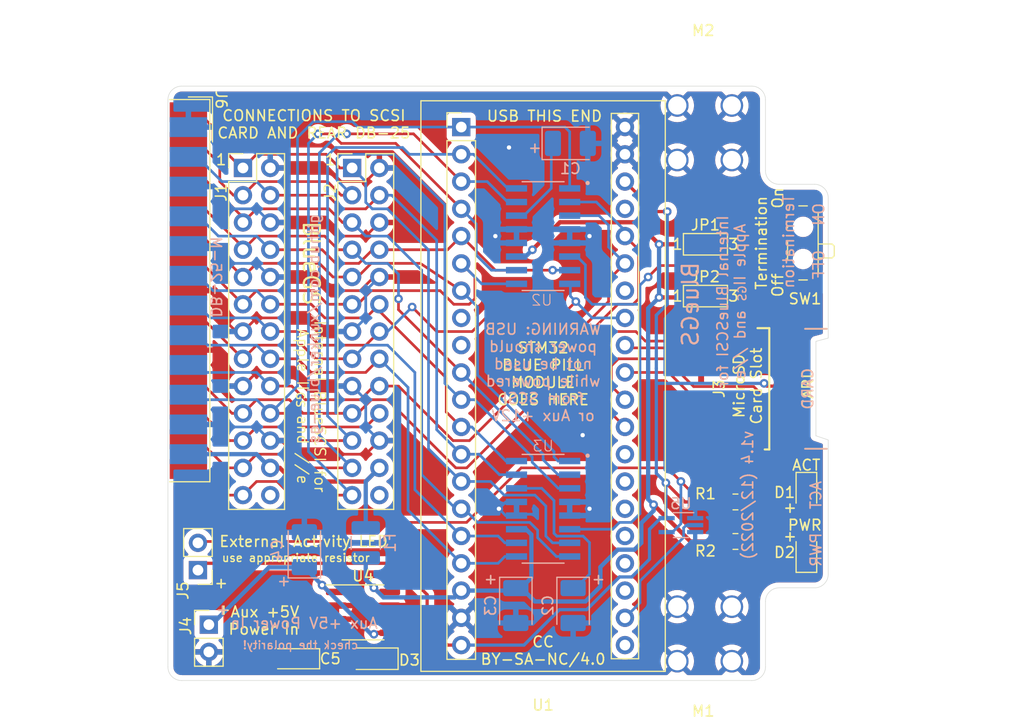
<source format=kicad_pcb>
(kicad_pcb (version 20211014) (generator pcbnew)
  (layers (0 "F.Cu" signal) (31 "B.Cu" signal) (34 "B.Paste" user) (35 "F.Paste" user) (36 "B.SilkS" user "B.Silkscreen") (37 "F.SilkS" user "F.Silkscreen") (38 "B.Mask" user) (39 "F.Mask" user) (44 "Edge.Cuts" user))
  (net 0 "")
  (net 12 "+5V")
  (net 13 "GND")
  (net 14 "/SCSI_DB4")
  (net 15 "/SCSI_DB2")
  (net 16 "/SCSI_DB1")
  (net 17 "/SCSI_DBP")
  (net 18 "/SCSI_SEL")
  (net 19 "/SCSI_ATN")
  (net 20 "/SCSI_C_D")
  (net 21 "/SCSI_DB7")
  (net 22 "/SCSI_DB6")
  (net 23 "/SCSI_DB5")
  (net 24 "/SCSI_DB3")
  (net 25 "/SCSI_DB0")
  (net 26 "/SCSI_BSY")
  (net 27 "/SCSI_ACK")
  (net 28 "/SCSI_RST")
  (net 29 "/SCSI_I_O")
  (net 30 "/SCSI_MSG")
  (net 31 "/SCSI_REQ")
  (net 32 "/SD_MISO")
  (net 33 "/SD_CSK")
  (net 34 "+3V3")
  (net 35 "/SD_MOSI")
  (net 36 "/SD_CS")
  (net 39 "Net-(D2-Pad2)")
  (net 40 "Net-(C1-Pad1)")
  (net 41 "Net-(C2-Pad1)")
  (net 42 "/TERM_DISC")
  (net 43 "Net-(D1-Pad1)")
  (net 44 "/DEBUG_RX")
  (net 45 "/DEBUG_TX")
  (net 46 "/+5V_AUX")
  (net 47 "Net-(C5-Pad1)")
  (net 48 "/TERM_EN")
  (net 49 "/TERM_DIS")
  (net 50 "/DISK_ACT")
  (net 51 "/SCSI_TERMPWR")
  (net 52 "Net-(D1-Pad2)")
  (footprint "my library:YAAJ_BluePill_2" (layer "F.Cu") (at 152.4 50.8)
    (fp_text reference "U1")
    (fp_text value "YAAJ_BluePill" hide)
  )
  (footprint "Button_Switch_SMD:SW_SPDT_PCM12" (layer "F.Cu") (at 183.896 61.595 90)
    (fp_text reference "SW1")
    (fp_text value "SW_SPDT")
  )
  (footprint "Resistor_SMD:R_0805_2012Metric_Pad1.20x1.40mm_HandSolder" (layer "F.Cu") (at 177.927 89.408 180)
    (fp_text reference "R2")
    (fp_text value "1K")
  )
  (footprint "LED_SMD:LED_0805_2012Metric_Pad1.15x1.40mm_HandSolder" (layer "F.Cu") (at 184.531 84.836 -90)
    (fp_text reference "D1")
    (fp_text value "LED")
  )
  (footprint "Jumper:SolderJumper-3_P1.3mm_Open_Pad1.0x1.5mm_NumberLabels" (layer "F.Cu") (at 175.133 66.548)
    (fp_text reference "JP2")
    (fp_text value "Jumper_3_Open")
  )
  (footprint "Jumper:SolderJumper-3_P1.3mm_Open_Pad1.0x1.5mm_NumberLabels" (layer "F.Cu") (at 175.133 61.722)
    (fp_text reference "JP1")
    (fp_text value "Jumper_3_Open")
  )
  (footprint "Resistor_SMD:R_0805_2012Metric_Pad1.20x1.40mm_HandSolder" (layer "F.Cu") (at 177.927 85.725)
    (fp_text reference "R1")
    (fp_text value "100")
  )
  (footprint "Connector_PinHeader_2.54mm:PinHeader_2x13_P2.54mm_Vertical" (layer "F.Cu") (at 132.08 54.61)
    (fp_text reference "J1")
    (fp_text value "Conn_02x13_Odd_Even")
  )
  (footprint "Connector_PinHeader_2.54mm:PinHeader_2x13_P2.54mm_Vertical" (layer "F.Cu") (at 142.24 54.61)
    (fp_text reference "J2")
    (fp_text value "Conn_02x13_Odd_Even")
  )
  (footprint "Connector_PinHeader_2.54mm:PinHeader_1x02_P2.54mm_Vertical" (layer "F.Cu") (at 128.905 97.155)
    (fp_text reference "J4")
    (fp_text value "Conn_01x02_Male")
  )
  (footprint "Connector_PinHeader_2.54mm:PinHeader_1x02_P2.54mm_Vertical" (layer "F.Cu") (at 127.889 92.075 180)
    (fp_text reference "J5")
    (fp_text value "Conn_01x02_Male")
  )
  (footprint "my library:keystone-7774" (layer "F.Cu") (at 180.771 100.561 180)
    (fp_text reference "M1")
    (fp_text value "Screw_Terminal_01x01")
  )
  (footprint "my library:keystone-7774" (layer "F.Cu") (at 180.771 53.871 180)
    (fp_text reference "M2")
    (fp_text value "Screw_Terminal_01x01")
  )
  (footprint "LED_SMD:LED_0805_2012Metric_Pad1.15x1.40mm_HandSolder" (layer "F.Cu") (at 184.531 90.424 90)
    (fp_text reference "D2")
    (fp_text value "LED")
  )
  (footprint "Molex 105162-0001:105162-0001" (layer "F.Cu") (at 174.625 75.184 90)
    (fp_text reference "J3")
    (fp_text value "105162-0001")
  )
  (footprint "Connector_Dsub:DSUB-25_Male_EdgeMount_P2.77mm" (layer "F.Cu") (at 127 66.04 -90)
    (fp_text reference "J6")
    (fp_text value "DB25_Male")
  )
  (footprint "Diode_SMD:D_SOD-123" (layer "F.Cu") (at 144.272 100.33 180)
    (fp_text reference "D3")
    (fp_text value "Zener 5.6v")
  )
  (footprint "Capacitor_Tantalum_SMD:CP_EIA-3216-10_Kemet-I" (layer "F.Cu") (at 136.906 100.33 180)
    (fp_text reference "C5")
    (fp_text value "0.1uF")
  )
  (footprint "Package_SO:SOIC-8_3.9x4.9mm_P1.27mm" (layer "F.Cu") (at 143.256 96.012)
    (fp_text reference "U4")
    (fp_text value "UCC3916")
  )
  (footprint "Capacitor_Tantalum_SMD:CP_EIA-3528-21_Kemet-B_Pad1.50x2.35mm_HandSolder" (layer "B.Cu") (at 162.56 52.324)
    (fp_text reference "C1")
    (fp_text value "2.2uF, 6.3v")
  )
  (footprint "my library:SOIC127P600X175-16N" (layer "B.Cu") (at 160.02 86.36 180)
    (fp_text reference "U3")
    (fp_text value "UC560x, UCC56xx")
  )
  (footprint "Capacitor_Tantalum_SMD:CP_EIA-3528-21_Kemet-B_Pad1.50x2.35mm_HandSolder" (layer "B.Cu") (at 157.48 95.377 -90)
    (fp_text reference "C3")
    (fp_text value "4.7uF, 6.3v")
  )
  (footprint "Capacitor_Tantalum_SMD:CP_EIA-3528-21_Kemet-B_Pad1.50x2.35mm_HandSolder" (layer "B.Cu") (at 162.814 95.377 -90)
    (fp_text reference "C2")
    (fp_text value "2.2uF, 6.3v")
  )
  (footprint "my library:SOIC127P600X175-16N" (layer "B.Cu") (at 160.02 60.96 180)
    (fp_text reference "U2")
    (fp_text value "UC560x, UCC56xx")
  )
  (footprint "Fuse:Fuse_1210_3225Metric" (layer "B.Cu") (at 143.51 89.535 90)
    (fp_text reference "F1")
    (fp_text value "Fuse")
  )
  (footprint "Package_TO_SOT_SMD:SOT-353_SC-70-5_Handsoldering" (layer "B.Cu") (at 172.847 87.884 180)
    (fp_text reference "U5")
    (fp_text value "NL17SZ07DFT2G")
  )
  (footprint "Capacitor_Tantalum_SMD:CP_EIA-3528-21_Kemet-B_Pad1.50x2.35mm_HandSolder" (layer "B.Cu") (at 137.795 90.17 90)
    (fp_text reference "C4")
    (fp_text value "1uF")
  )
  (gr_line (start 184.404 69.596) (end 186.436 69.596) (layer "B.SilkS") (width 0.15))
  (gr_line (start 184.404 80.772) (end 186.436 80.772) (layer "B.SilkS") (width 0.15))
  (gr_line (start 184.404 80.772) (end 186.436 80.772) (layer "F.SilkS") (width 0.15))
  (gr_line (start 184.404 69.596) (end 186.436 69.596) (layer "F.SilkS") (width 0.15))
  (gr_line (start 186.563 79.9465) (end 186.563 92.456) (layer "Edge.Cuts") (width 0.05))
  (gr_line (start 125.095 101.092) (end 125.095 48.26) (layer "Edge.Cuts") (width 0.05))
  (gr_line (start 181.991 56.134) (end 185.293 56.134) (layer "Edge.Cuts") (width 0.05))
  (gr_line (start 180.721 94.996) (end 180.721 101.092) (layer "Edge.Cuts") (width 0.05))
  (gr_arc (start 185.293 56.134) (mid 186.191026 56.505974) (end 186.563 57.404) (layer "Edge.Cuts") (width 0.05))
  (gr_arc (start 186.563 92.456) (mid 186.191026 93.354026) (end 185.293 93.726) (layer "Edge.Cuts") (width 0.05))
  (gr_arc (start 181.991 56.134) (mid 181.092974 55.762026) (end 180.721 54.864) (layer "Edge.Cuts") (width 0.05))
  (gr_line (start 180.721 48.26) (end 180.721 54.864) (layer "Edge.Cuts") (width 0.05))
  (gr_arc (start 180.721 94.996) (mid 181.092974 94.097974) (end 181.991 93.726) (layer "Edge.Cuts") (width 0.05))
  (gr_line (start 181.991 93.726) (end 185.293 93.726) (layer "Edge.Cuts") (width 0.05))
  (gr_line (start 126.365 46.99) (end 179.451 46.99) (layer "Edge.Cuts") (width 0.05))
  (gr_line (start 179.451 102.362) (end 126.365 102.362) (layer "Edge.Cuts") (width 0.05))
  (gr_arc (start 126.365 102.362) (mid 125.466974 101.990026) (end 125.095 101.092) (layer "Edge.Cuts") (width 0.05))
  (gr_line (start 185.42 70.7644) (end 185.42 79.5655) (layer "Edge.Cuts") (width 0.05))
  (gr_arc (start 180.721 101.092) (mid 180.349026 101.990026) (end 179.451 102.362) (layer "Edge.Cuts") (width 0.05))
  (gr_arc (start 125.095 48.26) (mid 125.466974 47.361974) (end 126.365 46.99) (layer "Edge.Cuts") (width 0.05))
  (gr_line (start 186.563 57.404) (end 186.563 70.4596) (layer "Edge.Cuts") (width 0.05))
  (gr_line (start 185.42 70.7644) (end 186.563 70.4596) (layer "Edge.Cuts") (width 0.05))
  (gr_arc (start 179.451 46.99) (mid 180.349026 47.361974) (end 180.721 48.26) (layer "Edge.Cuts") (width 0.05))
  (gr_line (start 186.563 79.9465) (end 185.42 79.5655) (layer "Edge.Cuts") (width 0.05))
  (gr_text "ACT" (at 185.42 85.09 90) (layer "B.SilkS") (effects (font (size 1 1)) (justify mirror)))
  (gr_text "PWR" (at 185.42 90.17 90) (layer "B.SilkS") (effects (font (size 1 1)) (justify mirror)))
  (gr_text "ON   OFF" (at 185.674 61.468 90) (layer "B.SilkS") (effects (font (size 1 1)) (justify mirror)))
  (gr_text "github.com/xunker/blue-gs" (at 138.684 69.596 90) (layer "B.SilkS") (effects (font (size 1 1)) (justify mirror)))
  (gr_text "Internal BlueSCSI for\nApple II   and //e" (at 177.546 67.056 90) (layer "B.SilkS") (effects (font (size 1 1)) (justify mirror)))
  (gr_text "+" (at 135.89 93.218 -180) (layer "B.SilkS") (effects (font (size 1 1)) (justify mirror)))
  (gr_text "CARD" (at 184.658 75.184 90) (layer "B.SilkS") (effects (font (size 1 1)) (justify mirror)))
  (gr_text "Termination" (at 182.88 61.468 90) (layer "B.SilkS") (effects (font (size 1 1)) (justify mirror)))
  (gr_text "BlueGS" (at 173.736 67.31 90) (layer "B.SilkS") (effects (font (size 1.5 1.5) (thickness 0.2)) (justify mirror)))
  (gr_text "check the polarity!" (at 142.875 99.06) (layer "B.SilkS") (effects (font (size 0.75 0.75) (thickness 0.125)) (justify left mirror)))
  (gr_text "Aux +5V Power In" (at 130.81 97.028) (layer "B.SilkS") (effects (font (size 1 1)) (justify right mirror)))
  (gr_text "DB-25-M" (at 129.54 64.77 270) (layer "B.SilkS") (effects (font (size 1 1)) (justify mirror)))
  (gr_text "+" (at 159.258 52.705) (layer "B.SilkS") (effects (font (size 1 1)) (justify mirror)))
  (gr_text "+" (at 155.067 92.964 90) (layer "B.SilkS") (effects (font (size 1 1)) (justify mirror)))
  (gr_text "+" (at 165.1 92.964 90) (layer "B.SilkS") (effects (font (size 1 1)) (justify mirror)))
  (gr_text "+" (at 130.175 95.885 -180) (layer "B.SilkS") (effects (font (size 1 1)) (justify mirror)))
  (gr_text "GS" (at 178.562 66.294 -270) (layer "B.SilkS") (effects (font (size 0.75 0.75) (thickness 0.125)) (justify mirror)))
  (gr_text "WARNING: USB\npower should\nnot be used\nwhile powered\nfrom SCSI\nor Aux +12V" (at 160.02 73.66) (layer "B.SilkS") (effects (font (size 1 1)) (justify mirror)))
  (gr_text "v1.4 (12/2022)" (at 179.07 85.09 90) (layer "B.SilkS") (effects (font (size 1 1)) (justify mirror)))
  (gr_text "Aux +5V\nPower In" (at 137.414 96.774) (layer "F.SilkS") (effects (font (size 1 1)) (justify right)))
  (gr_text "BlueGS" (at 138.43 63.5 270) (layer "F.SilkS") (effects (font (size 1.5 1.5) (thickness 0.2))))
  (gr_text "+" (at 130.048 93.405 180) (layer "F.SilkS") (effects (font (size 1 1))))
  (gr_text "Internal BlueSCSI for\nApple II   and //e\n" (at 138.43 76.835 270) (layer "F.SilkS") (effects (font (size 1 1) (thickness 0.125))))
  (gr_text "PWR" (at 186.055 87.884) (layer "F.SilkS") (effects (font (size 1 1)) (justify right)))
  (gr_text "External Activity LED" (at 129.794 89.408) (layer "F.SilkS") (effects (font (size 1 1)) (justify left)))
  (gr_text "+" (at 183.007 88.9) (layer "F.SilkS") (effects (font (size 1 1))))
  (gr_text "MicroSD\nCard Slot" (at 179.07 74.93 90) (layer "F.SilkS") (effects (font (size 1 1))))
  (gr_text "CARD" (at 184.658 75.184 90) (layer "F.SilkS") (effects (font (size 1 1))))
  (gr_text "CONNECTIONS TO SCSI\nCARD AND REAR DB-25" (at 138.684 50.546) (layer "F.SilkS") (effects (font (size 1 1))))
  (gr_text "On" (at 181.864 57.404 90) (layer "F.SilkS") (effects (font (size 1 1))))
  (gr_text "Termination" (at 180.34 61.595 90) (layer "F.SilkS") (effects (font (size 1 1))))
  (gr_text "STM32\nBLUE PILL\nMODULE\nGOES HERE" (at 160.02 73.787) (layer "F.SilkS") (effects (font (size 1 1))))
  (gr_text "USB THIS END" (at 160.147 49.784) (layer "F.SilkS") (effects (font (size 1 1))))
  (gr_text "CC\nBY-SA-NC/4.0" (at 160.02 99.568) (layer "F.SilkS") (effects (font (size 1 1))))
  (gr_text "use appropriate resistor" (at 130.048 90.932) (layer "F.SilkS") (effects (font (size 0.75 0.75) (thickness 0.125)) (justify left)))
  (gr_text "+" (at 130.302 95.885 180) (layer "F.SilkS") (effects (font (size 1 1))))
  (gr_text "+" (at 183.007 86.233) (layer "F.SilkS") (effects (font (size 1 1))))
  (gr_text "1" (at 130.048 53.848) (layer "F.SilkS") (effects (font (size 1 1))))
  (gr_text "GS" (at 137.414 76.2 270) (layer "F.SilkS") (effects (font (size 0.75 0.75) (thickness 0.125))))
  (gr_text "ACT" (at 185.928 82.296) (layer "F.SilkS") (effects (font (size 1 1)) (justify right)))
  (gr_text "1" (at 140.208 53.848) (layer "F.SilkS") (effects (font (size 1 1))))
  (gr_text "Off" (at 181.864 65.532 90) (layer "F.SilkS") (effects (font (size 1 1))))
  (segment (start 173.736 89.408) (end 170.307 85.979) (width 0.4) (layer "F.Cu") (net 12))
  (segment (start 159.02532 62.233641) (end 161.58796 59.671001) (width 0.4) (layer "F.Cu") (net 12))
  (segment (start 144.653 94.107) (end 145.731 94.107) (width 0.4) (layer "F.Cu") (net 12))
  (segment (start 176.927 89.408) (end 173.736 89.408) (width 0.4) (layer "F.Cu") (net 12))
  (segment (start 161.58796 59.671001) (end 168.764001 59.671001) (width 0.4) (layer "F.Cu") (net 12))
  (segment (start 168.764001 59.671001) (end 170.815 61.722) (width 0.4) (layer "F.Cu") (net 12))
  (segment (start 144.272 93.726) (end 144.653 94.107) (width 0.4) (layer "F.Cu") (net 12))
  (segment (start 173.579 66.675) (end 170.814998 66.675) (width 0.4) (layer "F.Cu") (net 12))
  (segment (start 173.833 61.722) (end 170.815 61.722) (width 0.4) (layer "F.Cu") (net 12))
  (segment (start 173.833 66.421) (end 173.579 66.675) (width 0.4) (layer "F.Cu") (net 12))
  (via (at 144.272 93.726) (size 0.8) (drill 0.4) (layers "F.Cu" "B.Cu") (net 12))
  (via (at 170.815 61.722) (size 0.8) (drill 0.4) (layers "F.Cu" "B.Cu") (net 12))
  (via (at 170.307 85.979) (size 0.8) (drill 0.4) (layers "F.Cu" "B.Cu") (net 12))
  (via (at 159.02532 62.233641) (size 0.8) (drill 0.4) (layers "F.Cu" "B.Cu") (net 12))
  (via (at 170.814998 66.675) (size 0.8) (drill 0.4) (layers "F.Cu" "B.Cu") (net 12))
  (segment (start 157.545 88.265) (end 158.4265 88.265) (width 0.4) (layer "B.Cu") (net 12))
  (segment (start 157.545 62.865) (end 158.393961 62.865) (width 0.4) (layer "B.Cu") (net 12))
  (segment (start 144.272 93.726) (end 145.161 94.615) (width 0.4) (layer "B.Cu") (net 12))
  (segment (start 165.354 93.599) (end 165.354 91.7879) (width 0.4) (layer "B.Cu") (net 12))
  (segment (start 151.765 94.615) (end 152.4 93.98) (width 0.4) (layer "B.Cu") (net 12))
  (segment (start 169.164 89.535) (end 169.164 87.687685) (width 0.4) (layer "B.Cu") (net 12))
  (segment (start 157.48 93.752) (end 158.014 93.752) (width 0.4) (layer "B.Cu") (net 12))
  (segment (start 143.51 92.964) (end 143.51 90.935) (width 0.4) (layer "B.Cu") (net 12))
  (segment (start 144.272 93.726) (end 143.51 92.964) (width 0.4) (layer "B.Cu") (net 12))
  (segment (start 158.929511 88.768011) (end 158.929511 92.784489) (width 0.4) (layer "B.Cu") (net 12))
  (segment (start 158.929511 92.784489) (end 157.734 93.98) (width 0.4) (layer "B.Cu") (net 12))
  (segment (start 169.799 85.471) (end 170.307 85.979) (width 0.4) (layer "B.Cu") (net 12))
  (segment (start 166.9719 90.17) (end 168.529 90.17) (width 0.4) (layer "B.Cu") (net 12))
  (segment (start 157.734 93.98) (end 152.4 93.98) (width 0.4) (layer "B.Cu") (net 12))
  (segment (start 158.393961 62.865) (end 159.02532 62.233641) (width 0.4) (layer "B.Cu") (net 12))
  (segment (start 158.014 93.752) (end 159.258 94.996) (width 0.4) (layer "B.Cu") (net 12))
  (segment (start 163.957 94.996) (end 165.354 93.599) (width 0.4) (layer "B.Cu") (net 12))
  (segment (start 165.354 91.7879) (end 166.9719 90.17) (width 0.4) (layer "B.Cu") (net 12))
  (segment (start 170.814998 61.722002) (end 170.815 61.722) (width 0.4) (layer "B.Cu") (net 12))
  (segment (start 159.258 94.996) (end 163.957 94.996) (width 0.4) (layer "B.Cu") (net 12))
  (segment (start 169.164 87.687685) (end 170.307 86.544685) (width 0.4) (layer "B.Cu") (net 12))
  (segment (start 158.4265 88.265) (end 158.929511 88.768011) (width 0.4) (layer "B.Cu") (net 12))
  (segment (start 145.161 94.615) (end 151.765 94.615) (width 0.4) (layer "B.Cu") (net 12))
  (segment (start 170.307 86.544685) (end 170.307 85.979) (width 0.4) (layer "B.Cu") (net 12))
  (segment (start 169.799 67.690998) (end 169.799 85.471) (width 0.4) (layer "B.Cu") (net 12))
  (segment (start 170.814998 66.675) (end 170.814998 61.722002) (width 0.4) (layer "B.Cu") (net 12))
  (segment (start 170.814998 66.675) (end 169.799 67.690998) (width 0.4) (layer "B.Cu") (net 12))
  (segment (start 168.529 90.17) (end 169.164 89.535) (width 0.4) (layer "B.Cu") (net 12))
  (segment (start 134.62 64.77) (end 138.938 64.77) (width 0.25) (layer "F.Cu") (net 13))
  (segment (start 143.002 66.04) (end 144.272 64.77) (width 0.25) (layer "F.Cu") (net 13))
  (segment (start 138.938 64.77) (end 140.208 66.04) (width 0.25) (layer "F.Cu") (net 13))
  (segment (start 140.208 66.04) (end 143.002 66.04) (width 0.25) (layer "F.Cu") (net 13))
  (segment (start 144.272 64.77) (end 144.78 64.77) (width 0.25) (layer "F.Cu") (net 13))
  (segment (start 134.62 54.61) (end 139.954 54.61) (width 0.25) (layer "F.Cu") (net 13))
  (segment (start 139.954 54.61) (end 141.224 55.88) (width 0.25) (layer "F.Cu") (net 13))
  (segment (start 141.224 55.88) (end 143.51 55.88) (width 0.25) (layer "F.Cu") (net 13))
  (segment (start 143.51 55.88) (end 144.78 54.61) (width 0.25) (layer "F.Cu") (net 13))
  (segment (start 132.08 69.85) (end 133.35 68.58) (width 0.25) (layer "F.Cu") (net 13))
  (segment (start 138.176 68.58) (end 139.446 69.85) (width 0.25) (layer "F.Cu") (net 13))
  (segment (start 133.35 68.58) (end 138.176 68.58) (width 0.25) (layer "F.Cu") (net 13))
  (segment (start 139.446 69.85) (end 142.24 69.85) (width 0.25) (layer "F.Cu") (net 13))
  (segment (start 142.24 74.93) (end 138.176 74.93) (width 0.25) (layer "F.Cu") (net 13))
  (segment (start 138.176 74.93) (end 136.906 73.66) (width 0.25) (layer "F.Cu") (net 13))
  (segment (start 136.906 73.66) (end 133.35 73.66) (width 0.25) (layer "F.Cu") (net 13))
  (segment (start 133.35 73.66) (end 132.08 74.93) (width 0.25) (layer "F.Cu") (net 13))
  (segment (start 134.62 80.01) (end 135.636 80.01) (width 0.25) (layer "F.Cu") (net 13))
  (segment (start 135.636 80.01) (end 136.906 81.28) (width 0.25) (layer "F.Cu") (net 13))
  (segment (start 136.906 81.28) (end 143.51 81.28) (width 0.25) (layer "F.Cu") (net 13))
  (segment (start 143.51 81.28) (end 144.78 80.01) (width 0.25) (layer "F.Cu") (net 13))
  (segment (start 134.62 59.69) (end 139.954 59.69) (width 0.25) (layer "F.Cu") (net 13))
  (segment (start 141.224 60.96) (end 143.51 60.96) (width 0.25) (layer "F.Cu") (net 13))
  (segment (start 139.954 59.69) (end 141.224 60.96) (width 0.25) (layer "F.Cu") (net 13))
  (segment (start 143.51 60.96) (end 144.78 59.69) (width 0.25) (layer "F.Cu") (net 13))
  (segment (start 131.445 69.85) (end 130.175 68.58) (width 0.25) (layer "F.Cu") (net 13))
  (segment (start 130.175 68.58) (end 130.175 67.31) (width 0.25) (layer "F.Cu") (net 13))
  (segment (start 130.175 67.31) (end 128.905 66.04) (width 0.25) (layer "F.Cu") (net 13))
  (segment (start 132.08 69.85) (end 131.445 69.85) (width 0.25) (layer "F.Cu") (net 13))
  (segment (start 128.905 66.04) (end 127 66.04) (width 0.25) (layer "F.Cu") (net 13))
  (via (at 164.338 86.36) (size 0.8) (drill 0.4) (layers "F.Cu" "B.Cu") (net 13))
  (via (at 156.845 52.705) (size 0.8) (drill 0.4) (layers "F.Cu" "B.Cu") (net 13))
  (via (at 164.338 60.96) (size 0.8) (drill 0.4) (layers "F.Cu" "B.Cu") (net 13))
  (via (at 155.575 60.96) (size 0.8) (drill 0.4) (layers "F.Cu" "B.Cu") (net 13))
  (via (at 155.9052 86.36) (size 0.8) (drill 0.4) (layers "F.Cu" "B.Cu") (net 13))
  (via (at 163.703 79.502) (size 0.8) (drill 0.4) (layers "F.Cu" "B.Cu") (net 13))
  (segment (start 142.24 74.93) (end 143.51 76.2) (width 0.25) (layer "B.Cu") (net 13))
  (segment (start 143.51 76.2) (end 143.51 78.74) (width 0.25) (layer "B.Cu") (net 13))
  (segment (start 143.51 78.74) (end 144.78 80.01) (width 0.25) (layer "B.Cu") (net 13))
  (segment (start 144.78 64.77) (end 143.51 66.04) (width 0.25) (layer "B.Cu") (net 13))
  (segment (start 143.51 66.04) (end 143.51 68.58) (width 0.25) (layer "B.Cu") (net 13))
  (segment (start 134.62 80.01) (end 133.35 78.74) (width 0.25) (layer "B.Cu") (net 13))
  (segment (start 143.51 68.58) (end 143.4465 68.6435) (width 0.25) (layer "B.Cu") (net 13))
  (segment (start 157.545 60.325) (end 162.495 60.325) (width 0.25) (layer "B.Cu") (net 13))
  (segment (start 130.175 78.74) (end 129.94 78.505) (width 0.25) (layer "B.Cu") (net 13))
  (segment (start 129.54 62.23) (end 127.345 62.23) (width 0.25) (layer "B.Cu") (net 13))
  (segment (start 157.545 86.995) (end 156.5402 86.995) (width 0.25) (layer "B.Cu") (net 13))
  (segment (start 127.345 62.23) (end 127 61.885) (width 0.25) (layer "B.Cu") (net 13))
  (segment (start 157.545 85.725) (end 156.5402 85.725) (width 0.25) (layer "B.Cu") (net 13))
  (segment (start 130.175 58.42) (end 130.175 57.15) (width 0.25) (layer "B.Cu") (net 13))
  (segment (start 134.62 59.69) (end 133.35 58.42) (width 0.25) (layer "B.Cu") (net 13))
  (segment (start 143.4465 68.6435) (end 142.24 69.85) (width 0.25) (layer "B.Cu") (net 13))
  (segment (start 156.5402 86.995) (end 155.9052 86.36) (width 0.25) (layer "B.Cu") (net 13))
  (segment (start 133.35 78.74) (end 130.175 78.74) (width 0.25) (layer "B.Cu") (net 13))
  (segment (start 134.62 64.77) (end 133.35 63.5) (width 0.25) (layer "B.Cu") (net 13))
  (segment (start 130.175 57.15) (end 129.37 56.345) (width 0.25) (layer "B.Cu") (net 13))
  (segment (start 157.545 85.725) (end 157.545 86.995) (width 0.25) (layer "B.Cu") (net 13))
  (segment (start 129.37 56.345) (end 127 56.345) (width 0.25) (layer "B.Cu") (net 13))
  (segment (start 130.81 63.5) (end 129.54 62.23) (width 0.25) (layer "B.Cu") (net 13))
  (segment (start 174.197 93.745) (end 172.461 95.481) (width 0.25) (layer "B.Cu") (net 13))
  (segment (start 133.35 63.5) (end 130.81 63.5) (width 0.25) (layer "B.Cu") (net 13))
  (segment (start 129.94 78.505) (end 127 78.505) (width 0.25) (layer "B.Cu") (net 13))
  (segment (start 156.5402 85.725) (end 155.9052 86.36) (width 0.25) (layer "B.Cu") (net 13))
  (segment (start 133.35 58.42) (end 130.175 58.42) (width 0.25) (layer "B.Cu") (net 13))
  (segment (start 174.197 88.58) (end 174.197 93.745) (width 0.25) (layer "B.Cu") (net 13))
  (segment (start 134.62 77.47) (end 136.144 77.47) (width 0.25) (layer "F.Cu") (net 14))
  (segment (start 136.144 77.47) (end 137.414 78.74) (width 0.25) (layer "F.Cu") (net 14))
  (segment (start 137.414 78.74) (end 143.51 78.74) (width 0.25) (layer "F.Cu") (net 14))
  (segment (start 143.51 78.74) (end 144.78 77.47) (width 0.25) (layer "F.Cu") (net 14))
  (segment (start 142.77975 50.8) (end 152.4 50.8) (width 0.25) (layer "B.Cu") (net 14))
  (segment (start 127.465 76.2) (end 133.35 76.2) (width 0.25) (layer "B.Cu") (net 14))
  (segment (start 134.62 77.47) (end 137.16 74.93) (width 0.25) (layer "B.Cu") (net 14))
  (segment (start 152.4 50.8) (end 162.052 50.8) (width 0.25) (layer "B.Cu") (net 14))
  (segment (start 138.626998 50.292) (end 142.27175 50.292) (width 0.25) (layer "B.Cu") (net 14))
  (segment (start 162.495 51.243) (end 162.495 56.515) (width 0.25) (layer "B.Cu") (net 14))
  (segment (start 137.16 74.93) (end 137.16 51.758998) (width 0.25) (layer "B.Cu") (net 14))
  (segment (start 127 75.735) (end 127.465 76.2) (width 0.25) (layer "B.Cu") (net 14))
  (segment (start 162.052 50.8) (end 162.495 51.243) (width 0.25) (layer "B.Cu") (net 14))
  (segment (start 133.35 76.2) (end 134.62 77.47) (width 0.25) (layer "B.Cu") (net 14))
  (segment (start 137.16 51.758998) (end 138.626998 50.292) (width 0.25) (layer "B.Cu") (net 14))
  (segment (start 142.27175 50.292) (end 142.77975 50.8) (width 0.25) (layer "B.Cu") (net 14))
  (segment (start 136.62025 74.93) (end 137.89025 76.2) (width 0.25) (layer "F.Cu") (net 15))
  (segment (start 144.272 74.93) (end 144.78 74.93) (width 0.25) (layer "F.Cu") (net 15))
  (segment (start 137.89025 76.2) (end 143.002 76.2) (width 0.25) (layer "F.Cu") (net 15))
  (segment (start 134.62 74.93) (end 136.62025 74.93) (width 0.25) (layer "F.Cu") (net 15))
  (segment (start 143.002 76.2) (end 144.272 74.93) (width 0.25) (layer "F.Cu") (net 15))
  (segment (start 166.116 67.056) (end 166.116 65.024) (width 0.25) (layer "F.Cu") (net 15))
  (segment (start 151.638 80.01) (end 153.162 80.01) (width 0.25) (layer "F.Cu") (net 15))
  (segment (start 144.78 74.93) (end 146.558 74.93) (width 0.25) (layer "F.Cu") (net 15))
  (segment (start 166.116 65.024) (end 167.64 63.5) (width 0.25) (layer "F.Cu") (net 15))
  (segment (start 146.558 74.93) (end 151.638 80.01) (width 0.25) (layer "F.Cu") (net 15))
  (segment (start 153.162 80.01) (end 166.116 67.056) (width 0.25) (layer "F.Cu") (net 15))
  (segment (start 166.116 59.944) (end 166.116 61.976) (width 0.25) (layer "B.Cu") (net 15))
  (segment (start 127 72.965) (end 127.695 73.66) (width 0.25) (layer "B.Cu") (net 15))
  (segment (start 162.495 59.055) (end 165.227 59.055) (width 0.25) (layer "B.Cu") (net 15))
  (segment (start 133.35 73.66) (end 134.62 74.93) (width 0.25) (layer "B.Cu") (net 15))
  (segment (start 165.227 59.055) (end 166.116 59.944) (width 0.25) (layer "B.Cu") (net 15))
  (segment (start 166.116 61.976) (end 167.64 63.5) (width 0.25) (layer "B.Cu") (net 15))
  (segment (start 127.695 73.66) (end 133.35 73.66) (width 0.25) (layer "B.Cu") (net 15))
  (segment (start 137.16 72.39) (end 138.43 73.66) (width 0.25) (layer "F.Cu") (net 16))
  (segment (start 138.43 73.66) (end 143.51 73.66) (width 0.25) (layer "F.Cu") (net 16))
  (segment (start 134.62 72.39) (end 137.16 72.39) (width 0.25) (layer "F.Cu") (net 16))
  (segment (start 143.51 73.66) (end 144.78 72.39) (width 0.25) (layer "F.Cu") (net 16))
  (segment (start 144.78 72.39) (end 147.447 75.057) (width 0.25) (layer "B.Cu") (net 16))
  (segment (start 156.464 90.805) (end 157.545 90.805) (width 0.25) (layer "B.Cu") (net 16))
  (segment (start 147.447 86.487) (end 152.4 91.44) (width 0.25) (layer "B.Cu") (net 16))
  (segment (start 152.4 91.44) (end 155.829 91.44) (width 0.25) (layer "B.Cu") (net 16))
  (segment (start 128.778 71.12) (end 133.35 71.12) (width 0.25) (layer "B.Cu") (net 16))
  (segment (start 147.447 75.057) (end 147.447 86.487) (width 0.25) (layer "B.Cu") (net 16))
  (segment (start 133.35 71.12) (end 134.62 72.39) (width 0.25) (layer "B.Cu") (net 16))
  (segment (start 127 70.195) (end 127.853 70.195) (width 0.25) (layer "B.Cu") (net 16))
  (segment (start 127.853 70.195) (end 128.778 71.12) (width 0.25) (layer "B.Cu") (net 16))
  (segment (start 155.829 91.44) (end 156.464 90.805) (width 0.25) (layer "B.Cu") (net 16))
  (segment (start 143.51 71.12) (end 144.78 69.85) (width 0.25) (layer "F.Cu") (net 17))
  (segment (start 134.62 69.85) (end 137.922 69.85) (width 0.25) (layer "F.Cu") (net 17))
  (segment (start 137.922 69.85) (end 139.192 71.12) (width 0.25) (layer "F.Cu") (net 17))
  (segment (start 139.192 71.12) (end 143.51 71.12) (width 0.25) (layer "F.Cu") (net 17))
  (segment (start 155.448 67.818) (end 153.416 69.85) (width 0.25) (layer "F.Cu") (net 17))
  (segment (start 153.416 69.85) (end 150.114 69.85) (width 0.25) (layer "F.Cu") (net 17))
  (segment (start 162.306 67.818) (end 155.448 67.818) (width 0.25) (layer "F.Cu") (net 17))
  (segment (start 150.114 69.85) (end 147.828 67.564) (width 0.25) (layer "F.Cu") (net 17))
  (segment (start 163.068 67.056) (end 162.306 67.818) (width 0.25) (layer "F.Cu") (net 17))
  (via (at 163.068 67.056) (size 0.8) (drill 0.4) (layers "F.Cu" "B.Cu") (net 17))
  (via (at 147.828 67.564) (size 0.8) (drill 0.4) (layers "F.Cu" "B.Cu") (net 17))
  (segment (start 129.038 68.58) (end 133.35 68.58) (width 0.25) (layer "B.Cu") (net 17))
  (segment (start 147.828 67.564) (end 145.542 69.85) (width 0.25) (layer "B.Cu") (net 17))
  (segment (start 127.883 67.425) (end 129.038 68.58) (width 0.25) (layer "B.Cu") (net 17))
  (segment (start 163.068 67.056) (end 164.592 68.58) (width 0.25) (layer "B.Cu") (net 17))
  (segment (start 145.542 69.85) (end 144.78 69.85) (width 0.25) (layer "B.Cu") (net 17))
  (segment (start 163.068 67.056) (end 162.56 66.548) (width 0.25) (layer "B.Cu") (net 17))
  (segment (start 127 67.425) (end 127.883 67.425) (width 0.25) (layer "B.Cu") (net 17))
  (segment (start 133.35 68.58) (end 134.62 69.85) (width 0.25) (layer "B.Cu") (net 17))
  (segment (start 164.592 68.58) (end 167.64 68.58) (width 0.25) (layer "B.Cu") (net 17))
  (segment (start 162.56 66.548) (end 162.56 65.532) (width 0.25) (layer "B.Cu") (net 17))
  (segment (start 134.62 67.31) (end 138.43 67.31) (width 0.25) (layer "F.Cu") (net 18))
  (segment (start 138.43 67.31) (end 139.7 68.58) (width 0.25) (layer "F.Cu") (net 18))
  (segment (start 139.7 68.58) (end 143.51 68.58) (width 0.25) (layer "F.Cu") (net 18))
  (segment (start 143.51 68.58) (end 144.78 67.31) (width 0.25) (layer "F.Cu") (net 18))
  (segment (start 151.003 74.168) (end 151.003 77.343) (width 0.25) (layer "F.Cu") (net 18))
  (segment (start 144.78 67.31) (end 144.78 67.945) (width 0.25) (layer "F.Cu") (net 18))
  (segment (start 151.003 77.343) (end 152.4 78.74) (width 0.25) (layer "F.Cu") (net 18))
  (segment (start 144.78 67.945) (end 151.003 74.168) (width 0.25) (layer "F.Cu") (net 18))
  (segment (start 153.385 78.74) (end 156.56 81.915) (width 0.25) (layer "B.Cu") (net 18))
  (segment (start 156.56 81.915) (end 157.545 81.915) (width 0.25) (layer "B.Cu") (net 18))
  (segment (start 127.901 64.655) (end 129.286 66.04) (width 0.25) (layer "B.Cu") (net 18))
  (segment (start 133.35 66.04) (end 134.62 67.31) (width 0.25) (layer "B.Cu") (net 18))
  (segment (start 129.286 66.04) (end 133.35 66.04) (width 0.25) (layer "B.Cu") (net 18))
  (segment (start 152.4 78.74) (end 153.385 78.74) (width 0.25) (layer "B.Cu") (net 18))
  (segment (start 127 64.655) (end 127.901 64.655) (width 0.25) (layer "B.Cu") (net 18))
  (segment (start 144.14359 62.23) (end 144.78 62.23) (width 0.25) (layer "F.Cu") (net 19))
  (segment (start 140.716 63.5) (end 142.87359 63.5) (width 0.25) (layer "F.Cu") (net 19))
  (segment (start 134.62 62.23) (end 139.446 62.23) (width 0.25) (layer "F.Cu") (net 19))
  (segment (start 139.446 62.23) (end 140.716 63.5) (width 0.25) (layer "F.Cu") (net 19))
  (segment (start 142.87359 63.5) (end 144.14359 62.23) (width 0.25) (layer "F.Cu") (net 19))
  (segment (start 144.78 62.23) (end 151.13 62.23) (width 0.25) (layer "F.Cu") (net 19))
  (segment (start 152.4 60.96) (end 155.575 64.135) (width 0.25) (layer "F.Cu") (net 19))
  (segment (start 155.575 64.135) (end 160.909 64.135) (width 0.25) (layer "F.Cu") (net 19))
  (segment (start 151.13 62.23) (end 152.4 60.96) (width 0.25) (layer "F.Cu") (net 19))
  (via (at 160.909 64.135) (size 0.8) (drill 0.4) (layers "F.Cu" "B.Cu") (net 19))
  (segment (start 162.495 64.135) (end 160.909 64.135) (width 0.25) (layer "B.Cu") (net 19))
  (segment (start 133.35 60.96) (end 134.62 62.23) (width 0.25) (layer "B.Cu") (net 19))
  (segment (start 127 59.115) (end 127.949 59.115) (width 0.25) (layer "B.Cu") (net 19))
  (segment (start 127.949 59.115) (end 129.794 60.96) (width 0.25) (layer "B.Cu") (net 19))
  (segment (start 129.794 60.96) (end 133.35 60.96) (width 0.25) (layer "B.Cu") (net 19))
  (segment (start 134.62 57.15) (end 139.954 57.15) (width 0.25) (layer "F.Cu") (net 20))
  (segment (start 139.954 57.15) (end 141.224 58.42) (width 0.25) (layer "F.Cu") (net 20))
  (segment (start 141.224 58.42) (end 143.51 58.42) (width 0.25) (layer "F.Cu") (net 20))
  (segment (start 143.51 58.42) (end 144.78 57.15) (width 0.25) (layer "F.Cu") (net 20))
  (segment (start 133.35 55.88) (end 134.62 57.15) (width 0.25) (layer "B.Cu") (net 20))
  (segment (start 145.923 57.15) (end 150.114 61.341) (width 0.25) (layer "B.Cu") (net 20))
  (segment (start 154.051 81.28) (end 155.956 83.185) (width 0.25) (layer "B.Cu") (net 20))
  (segment (start 127.816666 53.575) (end 130.121666 55.88) (width 0.25) (layer "B.Cu") (net 20))
  (segment (start 155.956 83.185) (end 157.545 83.185) (width 0.25) (layer "B.Cu") (net 20))
  (segment (start 130.121666 55.88) (end 133.35 55.88) (width 0.25) (layer "B.Cu") (net 20))
  (segment (start 144.78 57.15) (end 145.923 57.15) (width 0.25) (layer "B.Cu") (net 20))
  (segment (start 150.114 61.341) (end 150.114 78.994) (width 0.25) (layer "B.Cu") (net 20))
  (segment (start 152.4 81.28) (end 154.051 81.28) (width 0.25) (layer "B.Cu") (net 20))
  (segment (start 127 53.575) (end 127.816666 53.575) (width 0.25) (layer "B.Cu") (net 20))
  (segment (start 150.114 78.994) (end 152.4 81.28) (width 0.25) (layer "B.Cu") (net 20))
  (segment (start 136.525 85.09) (end 142.24 85.09) (width 0.25) (layer "F.Cu") (net 21))
  (segment (start 132.08 85.09) (end 133.35 83.82) (width 0.25) (layer "F.Cu") (net 21))
  (segment (start 146.304 52.324) (end 152.4 58.42) (width 0.25) (layer "F.Cu") (net 21))
  (segment (start 140.335 51.435) (end 141.224 52.324) (width 0.25) (layer "F.Cu") (net 21))
  (segment (start 130.175 85.09) (end 132.08 85.09) (width 0.25) (layer "F.Cu") (net 21))
  (segment (start 135.255 83.82) (end 136.525 85.09) (width 0.25) (layer "F.Cu") (net 21))
  (segment (start 127 82.66) (end 127.745 82.66) (width 0.25) (layer "F.Cu") (net 21))
  (segment (start 133.35 83.82) (end 135.255 83.82) (width 0.25) (layer "F.Cu") (net 21))
  (segment (start 141.224 52.324) (end 146.304 52.324) (width 0.25) (layer "F.Cu") (net 21))
  (segment (start 139.065 51.435) (end 140.335 51.435) (width 0.25) (layer "F.Cu") (net 21))
  (segment (start 127.745 82.66) (end 130.175 85.09) (width 0.25) (layer "F.Cu") (net 21))
  (via (at 139.065 51.435) (size 0.8) (drill 0.4) (layers "F.Cu" "B.Cu") (net 21))
  (segment (start 138.176 81.026) (end 142.24 85.09) (width 0.25) (layer "B.Cu") (net 21))
  (segment (start 152.4 58.42) (end 153.797 59.817) (width 0.25) (layer "B.Cu") (net 21))
  (segment (start 155.2067 64.135) (end 157.545 64.135) (width 0.25) (layer "B.Cu") (net 21))
  (segment (start 138.176 52.324) (end 138.176 81.026) (width 0.25) (layer "B.Cu") (net 21))
  (segment (start 139.065 51.435) (end 138.176 52.324) (width 0.25) (layer "B.Cu") (net 21))
  (segment (start 153.797 59.817) (end 153.797 62.7253) (width 0.25) (layer "B.Cu") (net 21))
  (segment (start 153.797 62.7253) (end 155.2067 64.135) (width 0.25) (layer "B.Cu") (net 21))
  (segment (start 133.35 81.28) (end 135.763 81.28) (width 0.25) (layer "F.Cu") (net 22))
  (segment (start 130.556 82.55) (end 132.08 82.55) (width 0.25) (layer "F.Cu") (net 22))
  (segment (start 127 79.89) (end 127.896 79.89) (width 0.25) (layer "F.Cu") (net 22))
  (segment (start 132.08 82.55) (end 133.35 81.28) (width 0.25) (layer "F.Cu") (net 22))
  (segment (start 141.732 51.435) (end 147.955 51.435) (width 0.25) (layer "F.Cu") (net 22))
  (segment (start 137.033 82.55) (end 142.24 82.55) (width 0.25) (layer "F.Cu") (net 22))
  (segment (start 135.763 81.28) (end 137.033 82.55) (width 0.25) (layer "F.Cu") (net 22))
  (segment (start 127.896 79.89) (end 130.556 82.55) (width 0.25) (layer "F.Cu") (net 22))
  (segment (start 147.955 51.435) (end 152.4 55.88) (width 0.25) (layer "F.Cu") (net 22))
  (via (at 141.732 51.435) (size 0.8) (drill 0.4) (layers "F.Cu" "B.Cu") (net 22))
  (segment (start 141.732 51.435) (end 140.97 51.435) (width 0.25) (layer "B.Cu") (net 22))
  (segment (start 139.192 79.502) (end 142.24 82.55) (width 0.25) (layer "B.Cu") (net 22))
  (segment (start 154.813 55.88) (end 156.718 57.785) (width 0.25) (layer "B.Cu") (net 22))
  (segment (start 152.4 55.88) (end 154.813 55.88) (width 0.25) (layer "B.Cu") (net 22))
  (segment (start 140.97 51.435) (end 139.192 53.213) (width 0.25) (layer "B.Cu") (net 22))
  (segment (start 139.192 53.213) (end 139.192 79.502) (width 0.25) (layer "B.Cu") (net 22))
  (segment (start 156.718 57.785) (end 157.545 57.785) (width 0.25) (layer "B.Cu") (net 22))
  (segment (start 132.08 80.01) (end 133.35 78.74) (width 0.25) (layer "F.Cu") (net 23))
  (segment (start 133.35 78.74) (end 135.89 78.74) (width 0.25) (layer "F.Cu") (net 23))
  (segment (start 137.16 80.01) (end 142.24 80.01) (width 0.25) (layer "F.Cu") (net 23))
  (segment (start 135.89 78.74) (end 137.16 80.01) (width 0.25) (layer "F.Cu") (net 23))
  (segment (start 127 77.12) (end 127.92 77.12) (width 0.25) (layer "F.Cu") (net 23))
  (segment (start 127.92 77.12) (end 130.81 80.01) (width 0.25) (layer "F.Cu") (net 23))
  (segment (start 130.81 80.01) (end 132.08 80.01) (width 0.25) (layer "F.Cu") (net 23))
  (segment (start 139.954 53.467) (end 140.716 52.705) (width 0.25) (layer "B.Cu") (net 23))
  (segment (start 140.716 52.705) (end 146.939 52.705) (width 0.25) (layer "B.Cu") (net 23))
  (segment (start 139.954 77.724) (end 139.954 53.467) (width 0.25) (layer "B.Cu") (net 23))
  (segment (start 142.24 80.01) (end 139.954 77.724) (width 0.25) (layer "B.Cu") (net 23))
  (segment (start 156.718 56.515) (end 157.545 56.515) (width 0.25) (layer "B.Cu") (net 23))
  (segment (start 146.939 52.705) (end 147.574 53.34) (width 0.25) (layer "B.Cu") (net 23))
  (segment (start 153.543 53.34) (end 156.718 56.515) (width 0.25) (layer "B.Cu") (net 23))
  (segment (start 152.4 53.34) (end 153.543 53.34) (width 0.25) (layer "B.Cu") (net 23))
  (segment (start 147.574 53.34) (end 152.4 53.34) (width 0.25) (layer "B.Cu") (net 23))
  (segment (start 132.08 77.47) (end 133.35 76.2) (width 0.25) (layer "F.Cu") (net 24))
  (segment (start 136.398 76.2) (end 137.668 77.47) (width 0.25) (layer "F.Cu") (net 24))
  (segment (start 133.35 76.2) (end 136.398 76.2) (width 0.25) (layer "F.Cu") (net 24))
  (segment (start 137.668 77.47) (end 142.24 77.47) (width 0.25) (layer "F.Cu") (net 24))
  (segment (start 132.08 77.47) (end 131.064 77.47) (width 0.25) (layer "F.Cu") (net 24))
  (segment (start 142.24 77.47) (end 142.767499 77.47) (width 0.25) (layer "F.Cu") (net 24))
  (segment (start 168.91 62.23) (end 167.64 60.96) (width 0.25) (layer "F.Cu") (net 24))
  (segment (start 168.91 66.802) (end 168.91 62.23) (width 0.25) (layer "F.Cu") (net 24))
  (segment (start 144.037499 76.2) (end 145.542 76.2) (width 0.25) (layer "F.Cu") (net 24))
  (segment (start 152.908 82.55) (end 164.592 70.866) (width 0.25) (layer "F.Cu") (net 24))
  (segment (start 164.592 69.699) (end 166.981 67.31) (width 0.25) (layer "F.Cu") (net 24))
  (segment (start 142.767499 77.47) (end 144.037499 76.2) (width 0.25) (layer "F.Cu") (net 24))
  (segment (start 164.592 70.866) (end 164.592 69.699) (width 0.25) (layer "F.Cu") (net 24))
  (segment (start 151.892 82.55) (end 152.908 82.55) (width 0.25) (layer "F.Cu") (net 24))
  (segment (start 168.402 67.31) (end 168.91 66.802) (width 0.25) (layer "F.Cu") (net 24))
  (segment (start 166.981 67.31) (end 168.402 67.31) (width 0.25) (layer "F.Cu") (net 24))
  (segment (start 131.064 77.47) (end 127.944 74.35) (width 0.25) (layer "F.Cu") (net 24))
  (segment (start 127.944 74.35) (end 127 74.35) (width 0.25) (layer "F.Cu") (net 24))
  (segment (start 145.542 76.2) (end 151.892 82.55) (width 0.25) (layer "F.Cu") (net 24))
  (segment (start 167.64 60.452) (end 167.64 60.96) (width 0.25) (layer "B.Cu") (net 24))
  (segment (start 164.973 57.785) (end 167.64 60.452) (width 0.25) (layer "B.Cu") (net 24))
  (segment (start 162.495 57.785) (end 164.973 57.785) (width 0.25) (layer "B.Cu") (net 24))
  (segment (start 132.08 72.39) (end 133.35 71.12) (width 0.25) (layer "F.Cu") (net 25))
  (segment (start 133.35 71.12) (end 137.58792 71.12) (width 0.25) (layer "F.Cu") (net 25))
  (segment (start 137.58792 71.12) (end 138.85792 72.39) (width 0.25) (layer "F.Cu") (net 25))
  (segment (start 138.85792 72.39) (end 142.24 72.39) (width 0.25) (layer "F.Cu") (net 25))
  (segment (start 128.5 68.81) (end 127 68.81) (width 0.25) (layer "F.Cu") (net 25))
  (segment (start 132.08 72.39) (end 128.5 68.81) (width 0.25) (layer "F.Cu") (net 25))
  (segment (start 155.829 88.9) (end 156.464 89.535) (width 0.25) (layer "B.Cu") (net 25))
  (segment (start 148.082 73.66) (end 148.082 84.582) (width 0.25) (layer "B.Cu") (net 25))
  (segment (start 143.51 71.12) (end 145.542 71.12) (width 0.25) (layer "B.Cu") (net 25))
  (segment (start 145.542 71.12) (end 148.082 73.66) (width 0.25) (layer "B.Cu") (net 25))
  (segment (start 148.082 84.582) (end 152.4 88.9) (width 0.25) (layer "B.Cu") (net 25))
  (segment (start 156.464 89.535) (end 157.545 89.535) (width 0.25) (layer "B.Cu") (net 25))
  (segment (start 142.24 72.39) (end 143.51 71.12) (width 0.25) (layer "B.Cu") (net 25))
  (segment (start 152.4 88.9) (end 155.829 88.9) (width 0.25) (layer "B.Cu") (net 25))
  (segment (start 132.08 67.31) (end 133.35 66.04) (width 0.25) (layer "F.Cu") (net 26))
  (segment (start 133.35 66.04) (end 138.684 66.04) (width 0.25) (layer "F.Cu") (net 26))
  (segment (start 139.954 67.31) (end 142.24 67.31) (width 0.25) (layer "F.Cu") (net 26))
  (segment (start 138.684 66.04) (end 139.954 67.31) (width 0.25) (layer "F.Cu") (net 26))
  (segment (start 151.7015 67.31) (end 153.142501 67.31) (width 0.25) (layer "F.Cu") (net 26))
  (segment (start 142.757749 67.31) (end 144.027749 66.04) (width 0.25) (layer "F.Cu") (net 26))
  (segment (start 153.67 66.782501) (end 153.67 64.77) (width 0.25) (layer "F.Cu") (net 26))
  (segment (start 142.24 67.31) (end 142.757749 67.31) (width 0.25) (layer "F.Cu") (net 26))
  (segment (start 128.04 63.27) (end 132.08 67.31) (width 0.25) (layer "F.Cu") (net 26))
  (segment (start 144.027749 66.04) (end 150.4315 66.04) (width 0.25) (layer "F.Cu") (net 26))
  (segment (start 153.67 64.77) (end 152.4 63.5) (width 0.25) (layer "F.Cu") (net 26))
  (segment (start 127 63.27) (end 128.04 63.27) (width 0.25) (layer "F.Cu") (net 26))
  (segment (start 150.4315 66.04) (end 151.7015 67.31) (width 0.25) (layer "F.Cu") (net 26))
  (segment (start 153.142501 67.31) (end 153.67 66.782501) (width 0.25) (layer "F.Cu") (net 26))
  (segment (start 154.305 65.405) (end 152.4 63.5) (width 0.25) (layer "B.Cu") (net 26))
  (segment (start 157.545 65.405) (end 154.305 65.405) (width 0.25) (layer "B.Cu") (net 26))
  (segment (start 132.08 64.77) (end 133.35 63.5) (width 0.25) (layer "F.Cu") (net 27))
  (segment (start 133.35 63.5) (end 139.192 63.5) (width 0.25) (layer "F.Cu") (net 27))
  (segment (start 140.462 64.77) (end 142.24 64.77) (width 0.25) (layer "F.Cu") (net 27))
  (segment (start 139.192 63.5) (end 140.462 64.77) (width 0.25) (layer "F.Cu") (net 27))
  (segment (start 146.05 63.5) (end 148.59 63.5) (width 0.25) (layer "F.Cu") (net 27))
  (segment (start 144.018 63.5) (end 146.05 63.5) (width 0.25) (layer "F.Cu") (net 27))
  (segment (start 148.59 63.5) (end 152.4 66.04) (width 0.25) (layer "F.Cu") (net 27))
  (segment (start 132.08 64.763334) (end 132.08 64.77) (width 0.25) (layer "F.Cu") (net 27))
  (segment (start 127 60.5) (end 127.816666 60.5) (width 0.25) (layer "F.Cu") (net 27))
  (segment (start 142.748 64.77) (end 144.018 63.5) (width 0.25) (layer "F.Cu") (net 27))
  (segment (start 142.24 64.77) (end 142.748 64.77) (width 0.25) (layer "F.Cu") (net 27))
  (segment (start 127.816666 60.5) (end 132.08 64.763334) (width 0.25) (layer "F.Cu") (net 27))
  (segment (start 152.4 66.04) (end 153.924 67.564) (width 0.25) (layer "B.Cu") (net 27))
  (segment (start 161.036 81.534) (end 161.417 81.915) (width 0.25) (layer "B.Cu") (net 27))
  (segment (start 153.924 73.914) (end 161.036 81.026) (width 0.25) (layer "B.Cu") (net 27))
  (segment (start 161.417 81.915) (end 162.495 81.915) (width 0.25) (layer "B.Cu") (net 27))
  (segment (start 161.036 81.026) (end 161.036 81.534) (width 0.25) (layer "B.Cu") (net 27))
  (segment (start 153.924 67.564) (end 153.924 73.914) (width 0.25) (layer "B.Cu") (net 27))
  (segment (start 132.08 62.23) (end 133.35 60.96) (width 0.25) (layer "F.Cu") (net 28))
  (segment (start 133.35 60.96) (end 139.683949 60.96) (width 0.25) (layer "F.Cu") (net 28))
  (segment (start 139.683949 60.96) (end 140.953949 62.23) (width 0.25) (layer "F.Cu") (net 28))
  (segment (start 140.953949 62.23) (end 142.24 62.23) (width 0.25) (layer "F.Cu") (net 28))
  (segment (start 132.08 61.993334) (end 132.08 62.23) (width 0.25) (layer "F.Cu") (net 28))
  (segment (start 127.816666 57.73) (end 132.08 61.993334) (width 0.25) (layer "F.Cu") (net 28))
  (segment (start 127 57.73) (end 127.816666 57.73) (width 0.25) (layer "F.Cu") (net 28))
  (segment (start 146.558 67.818) (end 152.4 73.66) (width 0.25) (layer "F.Cu") (net 28))
  (segment (start 146.558 66.802) (end 146.558 67.818) (width 0.25) (layer "F.Cu") (net 28))
  (via (at 146.558 66.802) (size 0.8) (drill 0.4) (layers "F.Cu" "B.Cu") (net 28))
  (segment (start 146.558 64.516) (end 145.542 63.5) (width 0.25) (layer "B.Cu") (net 28))
  (segment (start 146.558 66.802) (end 146.558 64.516) (width 0.25) (layer "B.Cu") (net 28))
  (segment (start 152.4 73.66) (end 160.02 81.28) (width 0.25) (layer "B.Cu") (net 28))
  (segment (start 143.51 63.5) (end 142.24 62.23) (width 0.25) (layer "B.Cu") (net 28))
  (segment (start 160.02 81.788) (end 161.417 83.185) (width 0.25) (layer "B.Cu") (net 28))
  (segment (start 161.417 83.185) (end 162.495 83.185) (width 0.25) (layer "B.Cu") (net 28))
  (segment (start 160.02 81.28) (end 160.02 81.788) (width 0.25) (layer "B.Cu") (net 28))
  (segment (start 145.542 63.5) (end 143.51 63.5) (width 0.25) (layer "B.Cu") (net 28))
  (segment (start 132.08 59.69) (end 133.35 58.42) (width 0.25) (layer "F.Cu") (net 29))
  (segment (start 133.35 58.42) (end 140.07959 58.42) (width 0.25) (layer "F.Cu") (net 29))
  (segment (start 140.07959 58.42) (end 141.34959 59.69) (width 0.25) (layer "F.Cu") (net 29))
  (segment (start 141.34959 59.69) (end 142.24 59.69) (width 0.25) (layer "F.Cu") (net 29))
  (segment (start 127 54.96) (end 127.816666 54.96) (width 0.25) (layer "F.Cu") (net 29))
  (segment (start 132.08 59.223334) (end 132.08 59.69) (width 0.25) (layer "F.Cu") (net 29))
  (segment (start 127.816666 54.96) (end 132.08 59.223334) (width 0.25) (layer "F.Cu") (net 29))
  (segment (start 159.512 89.057) (end 161.26 90.805) (width 0.25) (layer "B.Cu") (net 29))
  (segment (start 143.51 60.96) (end 145.542 60.96) (width 0.25) (layer "B.Cu") (net 29))
  (segment (start 148.717 83.185) (end 151.892 86.36) (width 0.25) (layer "B.Cu") (net 29))
  (segment (start 151.892 86.36) (end 152.4 86.36) (width 0.25) (layer "B.Cu") (net 29))
  (segment (start 152.654 86.36) (end 153.924 87.63) (width 0.25) (layer "B.Cu") (net 29))
  (segment (start 161.26 90.805) (end 162.495 90.805) (width 0.25) (layer "B.Cu") (net 29))
  (segment (start 158.780002 87.63) (end 159.512 88.361998) (width 0.25) (layer "B.Cu") (net 29))
  (segment (start 152.4 86.36) (end 152.654 86.36) (width 0.25) (layer "B.Cu") (net 29))
  (segment (start 142.24 59.69) (end 143.51 60.96) (width 0.25) (layer "B.Cu") (net 29))
  (segment (start 148.717 64.135) (end 148.717 83.185) (width 0.25) (layer "B.Cu") (net 29))
  (segment (start 145.542 60.96) (end 148.717 64.135) (width 0.25) (layer "B.Cu") (net 29))
  (segment (start 153.924 87.63) (end 158.780002 87.63) (width 0.25) (layer "B.Cu") (net 29))
  (segment (start 159.512 88.361998) (end 159.512 89.057) (width 0.25) (layer "B.Cu") (net 29))
  (segment (start 132.08 57.15) (end 133.35 55.88) (width 0.25) (layer "F.Cu") (net 30))
  (segment (start 133.35 55.88) (end 139.95259 55.88) (width 0.25) (layer "F.Cu") (net 30))
  (segment (start 139.95259 55.88) (end 141.22259 57.15) (width 0.25) (layer "F.Cu") (net 30))
  (segment (start 141.22259 57.15) (end 142.24 57.15) (width 0.25) (layer "F.Cu") (net 30))
  (segment (start 129.921 54.229) (end 129.921 55.88) (width 0.25) (layer "F.Cu") (net 30))
  (segment (start 127.882 52.19) (end 129.921 54.229) (width 0.25) (layer "F.Cu") (net 30))
  (segment (start 127 52.19) (end 127.882 52.19) (width 0.25) (layer "F.Cu") (net 30))
  (segment (start 129.921 55.88) (end 131.191 57.15) (width 0.25) (layer "F.Cu") (net 30))
  (segment (start 131.191 57.15) (end 132.08 57.15) (width 0.25) (layer "F.Cu") (net 30))
  (segment (start 150.876 74.676) (end 152.4 76.2) (width 0.25) (layer "B.Cu") (net 30))
  (segment (start 159.004 81.534) (end 159.004 82.026999) (width 0.25) (layer "B.Cu") (net 30))
  (segment (start 150.876 58.039) (end 150.876 74.676) (width 0.25) (layer "B.Cu") (net 30))
  (segment (start 152.4 76.2) (end 153.67 76.2) (width 0.25) (layer "B.Cu") (net 30))
  (segment (start 153.67 76.2) (end 159.004 81.534) (width 0.25) (layer "B.Cu") (net 30))
  (segment (start 140.843 53.721998) (end 141.224998 53.34) (width 0.25) (layer "B.Cu") (net 30))
  (segment (start 146.177 53.34) (end 150.876 58.039) (width 0.25) (layer "B.Cu") (net 30))
  (segment (start 140.843 55.753) (end 140.843 53.721998) (width 0.25) (layer "B.Cu") (net 30))
  (segment (start 141.224998 53.34) (end 146.177 53.34) (width 0.25) (layer "B.Cu") (net 30))
  (segment (start 142.24 57.15) (end 140.843 55.753) (width 0.25) (layer "B.Cu") (net 30))
  (segment (start 161.432001 84.455) (end 162.495 84.455) (width 0.25) (layer "B.Cu") (net 30))
  (segment (start 159.004 82.026999) (end 161.432001 84.455) (width 0.25) (layer "B.Cu") (net 30))
  (segment (start 129.286 51.943) (end 131.953 54.61) (width 0.25) (layer "F.Cu") (net 31))
  (segment (start 129.286 50.8) (end 129.286 51.943) (width 0.25) (layer "F.Cu") (net 31))
  (segment (start 133.35 53.34) (end 139.827 53.34) (width 0.25) (layer "F.Cu") (net 31))
  (segment (start 131.953 54.61) (end 132.08 54.61) (width 0.25) (layer "F.Cu") (net 31))
  (segment (start 141.097 54.61) (end 142.24 54.61) (width 0.25) (layer "F.Cu") (net 31))
  (segment (start 139.827 53.34) (end 141.097 54.61) (width 0.25) (layer "F.Cu") (net 31))
  (segment (start 127.906 49.42) (end 129.286 50.8) (width 0.25) (layer "F.Cu") (net 31))
  (segment (start 132.08 54.61) (end 133.35 53.34) (width 0.25) (layer "F.Cu") (net 31))
  (segment (start 127 49.42) (end 127.906 49.42) (width 0.25) (layer "F.Cu") (net 31))
  (segment (start 156.4005 85.09) (end 159.258 85.09) (width 0.25) (layer "B.Cu") (net 31))
  (segment (start 155.1305 83.82) (end 156.4005 85.09) (width 0.25) (layer "B.Cu") (net 31))
  (segment (start 143.51 57.809) (end 144.121 58.42) (width 0.25) (layer "B.Cu") (net 31))
  (segment (start 160.274 86.106) (end 160.274 88.9) (width 0.25) (layer "B.Cu") (net 31))
  (segment (start 149.352 62.249499) (end 149.352 80.772) (width 0.25) (layer "B.Cu") (net 31))
  (segment (start 149.352 80.772) (end 152.4 83.82) (width 0.25) (layer "B.Cu") (net 31))
  (segment (start 160.274 88.9) (end 160.909 89.535) (width 0.25) (layer "B.Cu") (net 31))
  (segment (start 152.4 83.82) (end 155.1305 83.82) (width 0.25) (layer "B.Cu") (net 31))
  (segment (start 160.909 89.535) (end 162.495 89.535) (width 0.25) (layer "B.Cu") (net 31))
  (segment (start 145.522501 58.42) (end 149.352 62.249499) (width 0.25) (layer "B.Cu") (net 31))
  (segment (start 142.24 54.61) (end 143.51 55.88) (width 0.25) (layer "B.Cu") (net 31))
  (segment (start 143.51 55.88) (end 143.51 57.809) (width 0.25) (layer "B.Cu") (net 31))
  (segment (start 159.258 85.09) (end 160.274 86.106) (width 0.25) (layer "B.Cu") (net 31))
  (segment (start 144.121 58.42) (end 145.522501 58.42) (width 0.25) (layer "B.Cu") (net 31))
  (segment (start 171.704 73.66) (end 167.64 73.66) (width 0.25) (layer "F.Cu") (net 32))
  (segment (start 173.652489 75.608489) (end 171.704 73.66) (width 0.25) (layer "F.Cu") (net 32))
  (segment (start 181.965 78.234) (end 181.61 78.234) (width 0.25) (layer "F.Cu") (net 32))
  (segment (start 181.61 78.234) (end 178.984489 75.608489) (width 0.25) (layer "F.Cu") (net 32))
  (segment (start 178.984489 75.608489) (end 173.652489 75.608489) (width 0.25) (layer "F.Cu") (net 32))
  (segment (start 167.024499 72.39) (end 171.45 72.39) (width 0.25) (layer "F.Cu") (net 33))
  (segment (start 166.37 73.044499) (end 167.024499 72.39) (width 0.25) (layer "F.Cu") (net 33))
  (segment (start 174.037511 74.977511) (end 179.625511 74.977511) (width 0.25) (layer "F.Cu") (net 33))
  (segment (start 167.64 76.2) (end 166.37 74.93) (width 0.25) (layer "F.Cu") (net 33))
  (segment (start 166.37 74.93) (end 166.37 73.044499) (width 0.25) (layer "F.Cu") (net 33))
  (segment (start 179.625511 74.977511) (end 180.682 76.034) (width 0.25) (layer "F.Cu") (net 33))
  (segment (start 171.45 72.39) (end 174.037511 74.977511) (width 0.25) (layer "F.Cu") (net 33))
  (segment (start 180.682 76.034) (end 181.965 76.034) (width 0.25) (layer "F.Cu") (net 33))
  (segment (start 146.304 91.44) (end 149.225 94.361) (width 0.3) (layer "F.Cu") (net 34))
  (segment (start 180.594 74.676) (end 180.852 74.934) (width 0.3) (layer "F.Cu") (net 34))
  (segment (start 173.228 85.725) (end 171.45 83.947) (width 0.3) (layer "F.Cu") (net 34))
  (segment (start 151.13 99.06) (end 152.4 99.06) (width 0.3) (layer "F.Cu") (net 34))
  (segment (start 180.852 74.934) (end 181.965 74.934) (width 0.3) (layer "F.Cu") (net 34))
  (segment (start 128.524 91.44) (end 146.304 91.44) (width 0.3) (layer "F.Cu") (net 34))
  (segment (start 149.225 94.361) (end 149.225 97.155) (width 0.3) (layer "F.Cu") (net 34))
  (segment (start 149.225 97.155) (end 151.13 99.06) (width 0.3) (layer "F.Cu") (net 34))
  (segment (start 167.64 55.88) (end 170.434 58.674) (width 0.3) (layer "F.Cu") (net 34))
  (segment (start 170.434 58.674) (end 171.577 58.674) (width 0.3) (layer "F.Cu") (net 34))
  (segment (start 127.889 92.075) (end 128.524 91.44) (width 0.3) (layer "F.Cu") (net 34))
  (segment (start 176.927 85.725) (end 173.228 85.725) (width 0.3) (layer "F.Cu") (net 34))
  (via (at 171.45 83.947) (size 0.8) (drill 0.4) (layers "F.Cu" "B.Cu") (net 34))
  (via (at 180.594 74.676) (size 0.8) (drill 0.4) (layers "F.Cu" "B.Cu") (net 34))
  (via (at 171.577 58.674) (size 0.8) (drill 0.4) (layers "F.Cu" "B.Cu") (net 34))
  (segment (start 169.926 91.059) (end 169.926 88.265) (width 0.3) (layer "B.Cu") (net 34))
  (segment (start 167.132 92.71) (end 168.275 92.71) (width 0.3) (layer "B.Cu") (net 34))
  (segment (start 161.544 95.758) (end 164.084 95.758) (width 0.3) (layer "B.Cu") (net 34))
  (segment (start 170.561 68.326) (end 170.561 73.279) (width 0.3) (layer "B.Cu") (net 34))
  (segment (start 180.594 74.676) (end 170.561 74.676) (width 0.3) (layer "B.Cu") (net 34))
  (segment (start 170.561 83.058) (end 170.561 73.279) (width 0.3) (layer "B.Cu") (net 34))
  (segment (start 171.577 58.674) (end 171.577 67.31) (width 0.3) (layer "B.Cu") (net 34))
  (segment (start 152.4 99.06) (end 158.242 99.06) (width 0.3) (layer "B.Cu") (net 34))
  (segment (start 164.084 95.758) (end 167.132 92.71) (width 0.3) (layer "B.Cu") (net 34))
  (segment (start 158.242 99.06) (end 161.544 95.758) (width 0.3) (layer "B.Cu") (net 34))
  (segment (start 169.926 88.265) (end 170.942 87.249) (width 0.3) (layer "B.Cu") (net 34))
  (segment (start 171.45 83.947) (end 170.561 83.058) (width 0.3) (layer "B.Cu") (net 34))
  (segment (start 168.275 92.71) (end 169.926 91.059) (width 0.3) (layer "B.Cu") (net 34))
  (segment (start 171.577 67.31) (end 170.561 68.326) (width 0.3) (layer "B.Cu") (net 34))
  (segment (start 171.45 87.249) (end 171.45 83.947) (width 0.3) (layer "B.Cu") (net 34))
  (segment (start 175.133 71.374) (end 177.546 73.787) (width 0.25) (layer "F.Cu") (net 35))
  (segment (start 167.894 71.374) (end 175.133 71.374) (width 0.25) (layer "F.Cu") (net 35))
  (segment (start 167.64 71.12) (end 167.894 71.374) (width 0.25) (layer "F.Cu") (net 35))
  (segment (start 177.546 73.787) (end 181.918 73.787) (width 0.25) (layer "F.Cu") (net 35))
  (segment (start 181.918 73.787) (end 181.965 73.834) (width 0.25) (layer "F.Cu") (net 35))
  (segment (start 167.64 78.74) (end 165.608 76.708) (width 0.25) (layer "F.Cu") (net 36))
  (segment (start 169.545 70.739) (end 175.26 70.739) (width 0.25) (layer "F.Cu") (net 36))
  (segment (start 175.26 70.739) (end 177.255 72.734) (width 0.25) (layer "F.Cu") (net 36))
  (segment (start 165.608 76.708) (end 165.608 71.012499) (width 0.25) (layer "F.Cu") (net 36))
  (segment (start 177.255 72.734) (end 181.965 72.734) (width 0.25) (layer "F.Cu") (net 36))
  (segment (start 165.608 71.012499) (end 166.770499 69.85) (width 0.25) (layer "F.Cu") (net 36))
  (segment (start 166.770499 69.85) (end 168.656 69.85) (width 0.25) (layer "F.Cu") (net 36))
  (segment (start 168.656 69.85) (end 169.545 70.739) (width 0.25) (layer "F.Cu") (net 36))
  (segment (start 178.927 89.408) (end 183.871 89.408) (width 0.25) (layer "F.Cu") (net 39))
  (segment (start 157.545 59.055) (end 158.23 59.055) (width 0.25) (layer "B.Cu") (net 40))
  (segment (start 160.782 54.102) (end 160.782 52.477) (width 0.25) (layer "B.Cu") (net 40))
  (segment (start 160.782 52.477) (end 160.935 52.324) (width 0.25) (layer "B.Cu") (net 40))
  (segment (start 160.782 56.503) (end 160.782 54.102) (width 0.25) (layer "B.Cu") (net 40))
  (segment (start 158.23 59.055) (end 160.782 56.503) (width 0.25) (layer "B.Cu") (net 40))
  (segment (start 161.036 88.646) (end 161.299999 88.909999) (width 0.25) (layer "B.Cu") (net 41))
  (segment (start 163.740001 88.909999) (end 164.338 89.507998) (width 0.25) (layer "B.Cu") (net 41))
  (segment (start 161.036 85.598) (end 161.036 88.646) (width 0.25) (layer "B.Cu") (net 41))
  (segment (start 164.338 89.507998) (end 164.338 92.456) (width 0.25) (layer "B.Cu") (net 41))
  (segment (start 159.893 84.455) (end 161.036 85.598) (width 0.25) (layer "B.Cu") (net 41))
  (segment (start 164.338 92.456) (end 163.322 93.472) (width 0.25) (layer "B.Cu") (net 41))
  (segment (start 161.299999 88.909999) (end 163.740001 88.909999) (width 0.25) (layer "B.Cu") (net 41))
  (segment (start 157.545 84.455) (end 159.893 84.455) (width 0.25) (layer "B.Cu") (net 41))
  (segment (start 178.5918 63.7032) (end 170.8658 63.7032) (width 0.25) (layer "F.Cu") (net 42))
  (segment (start 182.72 60.845) (end 181.45 60.845) (width 0.25) (layer "F.Cu") (net 42))
  (segment (start 170.8658 63.7032) (end 169.799 64.77) (width 0.25) (layer "F.Cu") (net 42))
  (segment (start 181.45 60.845) (end 178.5918 63.7032) (width 0.25) (layer "F.Cu") (net 42))
  (via (at 169.799 64.77) (size 0.8) (drill 0.4) (layers "F.Cu" "B.Cu") (net 42))
  (segment (start 169.037 65.532) (end 169.037 67.437) (width 0.25) (layer "B.Cu") (net 42))
  (segment (start 163.957 66.675) (end 164.592 67.31) (width 0.25) (layer "B.Cu") (net 42))
  (segment (start 169.799 64.77) (end 169.037 65.532) (width 0.25) (layer "B.Cu") (net 42))
  (segment (start 163.18 62.865) (end 163.957 63.642) (width 0.25) (layer "B.Cu") (net 42))
  (segment (start 166.497 88.265) (end 162.495 88.265) (width 0.25) (layer "B.Cu") (net 42))
  (segment (start 169.037 67.437) (end 169.037 86.824164) (width 0.25) (layer "B.Cu") (net 42))
  (segment (start 169.037 86.824164) (end 168.231164 87.63) (width 0.25) (layer "B.Cu") (net 42))
  (segment (start 162.495 62.865) (end 163.18 62.865) (width 0.25) (layer "B.Cu") (net 42))
  (segment (start 168.91 67.31) (end 169.037 67.437) (width 0.25) (layer "B.Cu") (net 42))
  (segment (start 164.592 67.31) (end 168.91 67.31) (width 0.25) (layer "B.Cu") (net 42))
  (segment (start 167.132 87.63) (end 166.497 88.265) (width 0.25) (layer "B.Cu") (net 42))
  (segment (start 168.231164 87.63) (end 167.132 87.63) (width 0.25) (layer "B.Cu") (net 42))
  (segment (start 163.957 63.642) (end 163.957 66.675) (width 0.25) (layer "B.Cu") (net 42))
  (segment (start 172.847 83.82) (end 171.577 82.55) (width 0.25) (layer "F.Cu") (net 43))
  (segment (start 157.978251 82.55) (end 152.898251 87.63) (width 0.25) (layer "F.Cu") (net 43))
  (segment (start 128.016 89.408) (end 127.889 89.535) (width 0.25) (layer "F.Cu") (net 43))
  (segment (start 171.577 82.55) (end 157.978251 82.55) (width 0.25) (layer "F.Cu") (net 43))
  (segment (start 152.898251 87.63) (end 146.685 87.63) (width 0.25) (layer "F.Cu") (net 43))
  (segment (start 144.907 89.408) (end 128.016 89.408) (width 0.25) (layer "F.Cu") (net 43))
  (segment (start 146.685 87.63) (end 144.907 89.408) (width 0.25) (layer "F.Cu") (net 43))
  (segment (start 183.76 84.582) (end 173.609 84.582) (width 0.25) (layer "F.Cu") (net 43))
  (segment (start 173.609 84.582) (end 172.847 83.82) (width 0.25) (layer "F.Cu") (net 43))
  (segment (start 184.531 83.811) (end 183.76 84.582) (width 0.25) (layer "F.Cu") (net 43))
  (via (at 172.847 83.82) (size 0.8) (drill 0.4) (layers "F.Cu" "B.Cu") (net 43))
  (segment (start 172.847 84.385685) (end 172.847 83.82) (width 0.25) (layer "B.Cu") (net 43))
  (segment (start 172.067 88.534) (end 172.847 87.754) (width 0.25) (layer "B.Cu") (net 43))
  (segment (start 171.517 88.534) (end 172.067 88.534) (width 0.25) (layer "B.Cu") (net 43))
  (segment (start 172.847 87.754) (end 172.847 84.385685) (width 0.25) (layer "B.Cu") (net 43))
  (segment (start 144.399 97.917) (end 145.731 97.917) (width 0.4) (layer "F.Cu") (net 46))
  (segment (start 144.272 98.044) (end 144.399 97.917) (width 0.4) (layer "F.Cu") (net 46))
  (segment (start 140.081 94.107) (end 140.781 94.107) (width 0.4) (layer "F.Cu") (net 46))
  (segment (start 145.542 98.106) (end 145.542 99.95) (width 0.4) (layer "F.Cu") (net 46))
  (segment (start 139.446 93.472) (end 140.081 94.107) (width 0.4) (layer "F.Cu") (net 46))
  (segment (start 145.731 97.917) (end 145.542 98.106) (width 0.4) (layer "F.Cu") (net 46))
  (segment (start 145.542 99.95) (end 145.922 100.33) (width 0.4) (layer "F.Cu") (net 46))
  (via (at 139.446 93.472) (size 0.8) (drill 0.4) (layers "F.Cu" "B.Cu") (net 46))
  (via (at 144.272 98.044) (size 0.8) (drill 0.4) (layers "F.Cu" "B.Cu") (net 46))
  (segment (start 139.446 93.472) (end 137.795 91.821) (width 0.4) (layer "B.Cu") (net 46))
  (segment (start 134.494 91.82) (end 137.77 91.82) (width 0.4) (layer "B.Cu") (net 46))
  (segment (start 137.795 91.821) (end 137.795 91.795) (width 0.4) (layer "B.Cu") (net 46))
  (segment (start 139.446 93.472) (end 144.018 98.044) (width 0.4) (layer "B.Cu") (net 46))
  (segment (start 129.159 97.155) (end 134.494 91.82) (width 0.4) (layer "B.Cu") (net 46))
  (segment (start 128.905 97.155) (end 129.159 97.155) (width 0.4) (layer "B.Cu") (net 46))
  (segment (start 144.018 98.044) (end 144.272 98.044) (width 0.4) (layer "B.Cu") (net 46))
  (segment (start 137.77 91.82) (end 137.795 91.795) (width 0.4) (layer "B.Cu") (net 46))
  (segment (start 140.781 97.917) (end 140.669 97.917) (width 0.25) (layer "F.Cu") (net 47))
  (segment (start 140.669 97.917) (end 138.256 100.33) (width 0.25) (layer "F.Cu") (net 47))
  (segment (start 175.776201 62.797001) (end 177.774998 62.797001) (width 0.25) (layer "F.Cu") (net 48))
  (segment (start 181.226999 59.345) (end 182.72 59.345) (width 0.25) (layer "F.Cu") (net 48))
  (segment (start 175.133 61.722) (end 175.2854 61.8744) (width 0.25) (layer "F.Cu") (net 48))
  (segment (start 177.774998 62.797001) (end 181.226999 59.345) (width 0.25) (layer "F.Cu") (net 48))
  (segment (start 175.133 62.23) (end 175.26 62.23) (width 0.25) (layer "F.Cu") (net 48))
  (segment (start 175.2854 62.3062) (end 175.776201 62.797001) (width 0.25) (layer "F.Cu") (net 48))
  (segment (start 175.2854 61.8744) (end 175.2854 62.3062) (width 0.25) (layer "F.Cu") (net 48))
  (segment (start 175.768 65.4685) (end 179.5145 65.4685) (width 0.25) (layer "F.Cu") (net 49))
  (segment (start 179.5145 65.4685) (end 181.138 63.845) (width 0.25) (layer "F.Cu") (net 49))
  (segment (start 181.138 63.845) (end 182.72 63.845) (width 0.25) (layer "F.Cu") (net 49))
  (segment (start 175.133 66.1035) (end 175.768 65.4685) (width 0.25) (layer "F.Cu") (net 49))
  (segment (start 175.133 66.421) (end 175.133 66.1035) (width 0.25) (layer "F.Cu") (net 49))
  (segment (start 173.355 87.884) (end 173.101 88.138) (width 0.25) (layer "B.Cu") (net 50))
  (segment (start 174.177 87.884) (end 173.355 87.884) (width 0.25) (layer "B.Cu") (net 50))
  (segment (start 169.037 95.123) (end 167.64 96.52) (width 0.25) (layer "B.Cu") (net 50))
  (segment (start 169.037 93.091) (end 169.037 95.123) (width 0.25) (layer "B.Cu") (net 50))
  (segment (start 173.101 88.138) (end 173.101 89.027) (width 0.25) (layer "B.Cu") (net 50))
  (segment (start 173.101 89.027) (end 169.037 93.091) (width 0.25) (layer "B.Cu") (net 50))
  (segment (start 135.509 82.55) (end 136.779 83.82) (width 0.4) (layer "F.Cu") (net 51))
  (segment (start 136.779 83.82) (end 143.51 83.82) (width 0.4) (layer "F.Cu") (net 51))
  (segment (start 143.51 83.82) (end 144.78 82.55) (width 0.4) (layer "F.Cu") (net 51))
  (segment (start 134.62 82.55) (end 135.509 82.55) (width 0.4) (layer "F.Cu") (net 51))
  (segment (start 133.345 81.275) (end 134.62 82.55) (width 0.4) (layer "B.Cu") (net 51))
  (segment (start 143.51 83.82) (end 143.51 88.135) (width 0.4) (layer "B.Cu") (net 51))
  (segment (start 144.78 82.55) (end 143.51 83.82) (width 0.4) (layer "B.Cu") (net 51))
  (segment (start 127 81.275) (end 133.345 81.275) (width 0.4) (layer "B.Cu") (net 51))
  (segment (start 184.531 85.861) (end 179.063 85.861) (width 0.25) (layer "F.Cu") (net 52))
  (segment (start 179.063 85.861) (end 178.927 85.725) (width 0.25) (layer "F.Cu") (net 52))
  (zone (net 13) (net_name "GND") (layer "F.Cu") (connect_pads (clearance 0.508)) (min_thickness 0.254) (fill yes (thermal_gap 0.508) (thermal_bridge_width 0.508))
    (polygon (pts (xy 186.69 102.87) (xy 121.92 102.87) (xy 121.92 45.72) (xy 186.69 45.72)))
  )
  (zone (net 13) (net_name "GND") (layer "B.Cu") (connect_pads (clearance 0.508)) (min_thickness 0.254) (fill yes (thermal_gap 0.508) (thermal_bridge_width 0.508))
    (polygon (pts (xy 186.69 102.87) (xy 120.65 102.87) (xy 120.65 46.355) (xy 186.69 46.355)))
  )
)
</source>
